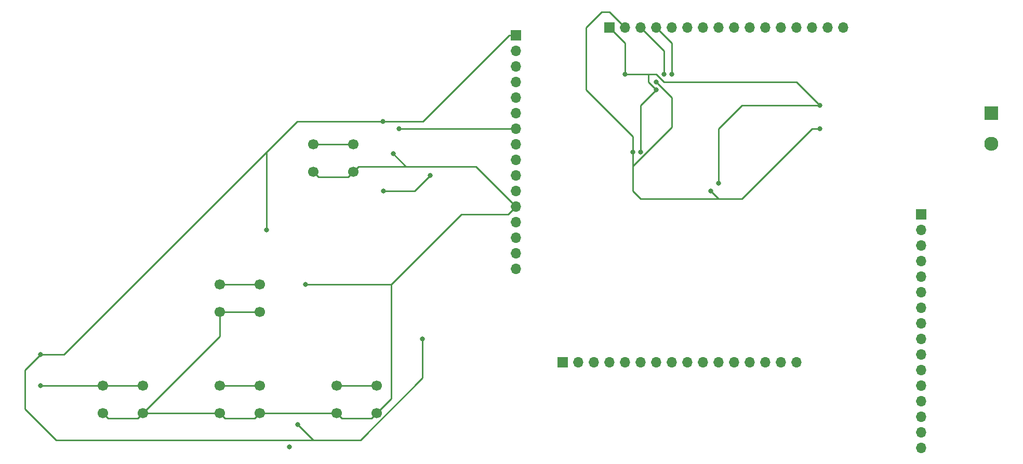
<source format=gbl>
G04 #@! TF.GenerationSoftware,KiCad,Pcbnew,(5.1.4)-1*
G04 #@! TF.CreationDate,2019-11-19T15:09:50-05:00*
G04 #@! TF.ProjectId,MiniProj,4d696e69-5072-46f6-9a2e-6b696361645f,rev?*
G04 #@! TF.SameCoordinates,Original*
G04 #@! TF.FileFunction,Copper,L2,Bot*
G04 #@! TF.FilePolarity,Positive*
%FSLAX46Y46*%
G04 Gerber Fmt 4.6, Leading zero omitted, Abs format (unit mm)*
G04 Created by KiCad (PCBNEW (5.1.4)-1) date 2019-11-19 15:09:50*
%MOMM*%
%LPD*%
G04 APERTURE LIST*
%ADD10O,1.700000X1.700000*%
%ADD11R,1.700000X1.700000*%
%ADD12C,2.300000*%
%ADD13R,2.300000X2.300000*%
%ADD14C,1.700000*%
%ADD15C,0.800000*%
%ADD16C,0.250000*%
G04 APERTURE END LIST*
D10*
X229870000Y-34290000D03*
X227330000Y-34290000D03*
X224790000Y-34290000D03*
X222250000Y-34290000D03*
X219710000Y-34290000D03*
X217170000Y-34290000D03*
X214630000Y-34290000D03*
X212090000Y-34290000D03*
X209550000Y-34290000D03*
X207010000Y-34290000D03*
X204470000Y-34290000D03*
X201930000Y-34290000D03*
X199390000Y-34290000D03*
X196850000Y-34290000D03*
X194310000Y-34290000D03*
D11*
X191770000Y-34290000D03*
D10*
X176530000Y-73660000D03*
X176530000Y-71120000D03*
X176530000Y-68580000D03*
X176530000Y-66040000D03*
X176530000Y-63500000D03*
X176530000Y-60960000D03*
X176530000Y-58420000D03*
X176530000Y-55880000D03*
X176530000Y-53340000D03*
X176530000Y-50800000D03*
X176530000Y-48260000D03*
X176530000Y-45720000D03*
X176530000Y-43180000D03*
X176530000Y-40640000D03*
X176530000Y-38100000D03*
D11*
X176530000Y-35560000D03*
D10*
X222250000Y-88900000D03*
X219710000Y-88900000D03*
X217170000Y-88900000D03*
X214630000Y-88900000D03*
X212090000Y-88900000D03*
X209550000Y-88900000D03*
X207010000Y-88900000D03*
X204470000Y-88900000D03*
X201930000Y-88900000D03*
X199390000Y-88900000D03*
X196850000Y-88900000D03*
X194310000Y-88900000D03*
X191770000Y-88900000D03*
X189230000Y-88900000D03*
X186690000Y-88900000D03*
D11*
X184150000Y-88900000D03*
D10*
X242570000Y-102870000D03*
X242570000Y-100330000D03*
X242570000Y-97790000D03*
X242570000Y-95250000D03*
X242570000Y-92710000D03*
X242570000Y-90170000D03*
X242570000Y-87630000D03*
X242570000Y-85090000D03*
X242570000Y-82550000D03*
X242570000Y-80010000D03*
X242570000Y-77470000D03*
X242570000Y-74930000D03*
X242570000Y-72390000D03*
X242570000Y-69850000D03*
X242570000Y-67310000D03*
D11*
X242570000Y-64770000D03*
D12*
X254000000Y-53260000D03*
D13*
X254000000Y-48260000D03*
D14*
X143510000Y-53340000D03*
X150010000Y-53340000D03*
X143510000Y-57840000D03*
X150010000Y-57840000D03*
X147320000Y-92710000D03*
X153820000Y-92710000D03*
X147320000Y-97210000D03*
X153820000Y-97210000D03*
X109220000Y-92710000D03*
X115720000Y-92710000D03*
X109220000Y-97210000D03*
X115720000Y-97210000D03*
X128270000Y-92710000D03*
X134770000Y-92710000D03*
X128270000Y-97210000D03*
X134770000Y-97210000D03*
X128270000Y-76200000D03*
X134770000Y-76200000D03*
X128270000Y-80700000D03*
X134770000Y-80700000D03*
D15*
X199390000Y-44450000D03*
X226060000Y-46990000D03*
X196850000Y-54610000D03*
X209550000Y-59690000D03*
X154789168Y-49680832D03*
X135890000Y-67310000D03*
X99060000Y-87630000D03*
X161290000Y-85090000D03*
X140970000Y-99060000D03*
X194310000Y-41910000D03*
X226060000Y-50800000D03*
X195580000Y-54610000D03*
X208280000Y-60960000D03*
X156530000Y-54930000D03*
X156530000Y-54930000D03*
X142240000Y-76200000D03*
X199390000Y-43180000D03*
X154940000Y-60960000D03*
X162560000Y-58420000D03*
X139570000Y-102740000D03*
X157480000Y-50800000D03*
X99060000Y-92710000D03*
X200660000Y-41910000D03*
X201930000Y-41910000D03*
D16*
X222250000Y-43180000D02*
X226060000Y-46990000D01*
X226060000Y-46990000D02*
X226060000Y-46990000D01*
X196850000Y-54610000D02*
X196850000Y-48260000D01*
X225494315Y-46990000D02*
X226060000Y-46990000D01*
X213360000Y-46990000D02*
X225494315Y-46990000D01*
X209550000Y-50800000D02*
X213360000Y-46990000D01*
X209550000Y-59690000D02*
X209550000Y-50800000D01*
X135890000Y-67310000D02*
X135890000Y-54610000D01*
X140819168Y-49680832D02*
X154789168Y-49680832D01*
X135890000Y-54610000D02*
X140819168Y-49680832D01*
X102870000Y-87630000D02*
X135890000Y-54610000D01*
X99060000Y-87630000D02*
X102870000Y-87630000D01*
X161290000Y-85090000D02*
X161290000Y-91479002D01*
X161290000Y-91479002D02*
X151169002Y-101600000D01*
X140970000Y-99060000D02*
X143510000Y-101600000D01*
X151169002Y-101600000D02*
X143510000Y-101600000D01*
X199390000Y-44450000D02*
X198120000Y-43180000D01*
X198120000Y-43180000D02*
X198120000Y-41910000D01*
X203200000Y-43180000D02*
X222250000Y-43180000D01*
X198120000Y-41910000D02*
X194310000Y-41910000D01*
X194310000Y-41910000D02*
X194310000Y-41910000D01*
X224790000Y-50800000D02*
X226060000Y-50800000D01*
X213360000Y-62230000D02*
X224790000Y-50800000D01*
X195580000Y-60960000D02*
X196850000Y-62230000D01*
X208280000Y-60960000D02*
X209550000Y-62230000D01*
X196850000Y-62230000D02*
X209550000Y-62230000D01*
X209550000Y-62230000D02*
X213360000Y-62230000D01*
X150010000Y-57840000D02*
X150859999Y-56990001D01*
X156530000Y-54930000D02*
X158590001Y-56990001D01*
X150859999Y-56990001D02*
X158590001Y-56990001D01*
X156210000Y-76200000D02*
X167640000Y-64770000D01*
X142240000Y-76200000D02*
X156210000Y-76200000D01*
X115720000Y-97210000D02*
X128270000Y-97210000D01*
X134770000Y-97210000D02*
X147320000Y-97210000D01*
X128270000Y-84660000D02*
X128270000Y-80700000D01*
X115720000Y-97210000D02*
X128270000Y-84660000D01*
X153820000Y-97210000D02*
X156210000Y-94820000D01*
X156210000Y-94820000D02*
X156210000Y-76200000D01*
X133920001Y-98059999D02*
X134770000Y-97210000D01*
X129119999Y-98059999D02*
X133920001Y-98059999D01*
X128270000Y-97210000D02*
X129119999Y-98059999D01*
X114870001Y-98059999D02*
X115720000Y-97210000D01*
X110069999Y-98059999D02*
X114870001Y-98059999D01*
X109220000Y-97210000D02*
X110069999Y-98059999D01*
X152970001Y-98059999D02*
X153820000Y-97210000D01*
X148169999Y-98059999D02*
X152970001Y-98059999D01*
X147320000Y-97210000D02*
X148169999Y-98059999D01*
X128270000Y-80700000D02*
X134770000Y-80700000D01*
X149160001Y-58689999D02*
X150010000Y-57840000D01*
X144359999Y-58689999D02*
X149160001Y-58689999D01*
X143510000Y-57840000D02*
X144359999Y-58689999D01*
X195580000Y-54610000D02*
X195580000Y-57150000D01*
X195580000Y-57150000D02*
X195580000Y-60960000D01*
X195580000Y-56953002D02*
X195580000Y-57150000D01*
X201930000Y-50603002D02*
X195580000Y-56953002D01*
X199390000Y-43180000D02*
X201930000Y-45720000D01*
X201930000Y-45720000D02*
X201930000Y-50603002D01*
X160020000Y-60960000D02*
X162560000Y-58420000D01*
X154940000Y-60960000D02*
X160020000Y-60960000D01*
X157480000Y-50800000D02*
X163830000Y-50800000D01*
X143510000Y-53340000D02*
X150010000Y-53340000D01*
X134770000Y-76200000D02*
X128270000Y-76200000D01*
X128270000Y-92710000D02*
X134770000Y-92710000D01*
X99060000Y-92710000D02*
X109220000Y-92710000D01*
X115720000Y-92710000D02*
X109220000Y-92710000D01*
X147320000Y-92710000D02*
X153820000Y-92710000D01*
X198120000Y-41910000D02*
X199390000Y-41910000D01*
X199390000Y-41910000D02*
X200660000Y-43180000D01*
X200660000Y-43180000D02*
X204470000Y-43180000D01*
X175430000Y-35560000D02*
X176530000Y-35560000D01*
X154789168Y-49680832D02*
X161309168Y-49680832D01*
X161309168Y-49680832D02*
X175430000Y-35560000D01*
X194310000Y-36830000D02*
X191770000Y-34290000D01*
X194310000Y-41910000D02*
X194310000Y-36830000D01*
X196850000Y-46990000D02*
X199390000Y-44450000D01*
X196850000Y-48260000D02*
X196850000Y-46990000D01*
X96520000Y-90170000D02*
X99060000Y-87630000D01*
X96520000Y-96520000D02*
X96520000Y-90170000D01*
X143510000Y-101600000D02*
X101600000Y-101600000D01*
X101600000Y-101600000D02*
X96520000Y-96520000D01*
X170020001Y-56990001D02*
X176530000Y-63500000D01*
X158590001Y-56990001D02*
X170020001Y-56990001D01*
X175260000Y-64770000D02*
X176530000Y-63500000D01*
X167640000Y-64770000D02*
X175260000Y-64770000D01*
X191770000Y-31750000D02*
X194310000Y-34290000D01*
X190500000Y-31750000D02*
X191770000Y-31750000D01*
X187960000Y-34290000D02*
X190500000Y-31750000D01*
X187960000Y-44450000D02*
X187960000Y-34290000D01*
X195580000Y-54610000D02*
X195580000Y-52070000D01*
X195580000Y-52070000D02*
X187960000Y-44450000D01*
X200660000Y-38100000D02*
X196850000Y-34290000D01*
X200660000Y-41910000D02*
X200660000Y-38100000D01*
X201930000Y-36830000D02*
X199390000Y-34290000D01*
X201930000Y-41910000D02*
X201930000Y-36830000D01*
X163830000Y-50800000D02*
X176530000Y-50800000D01*
M02*

</source>
